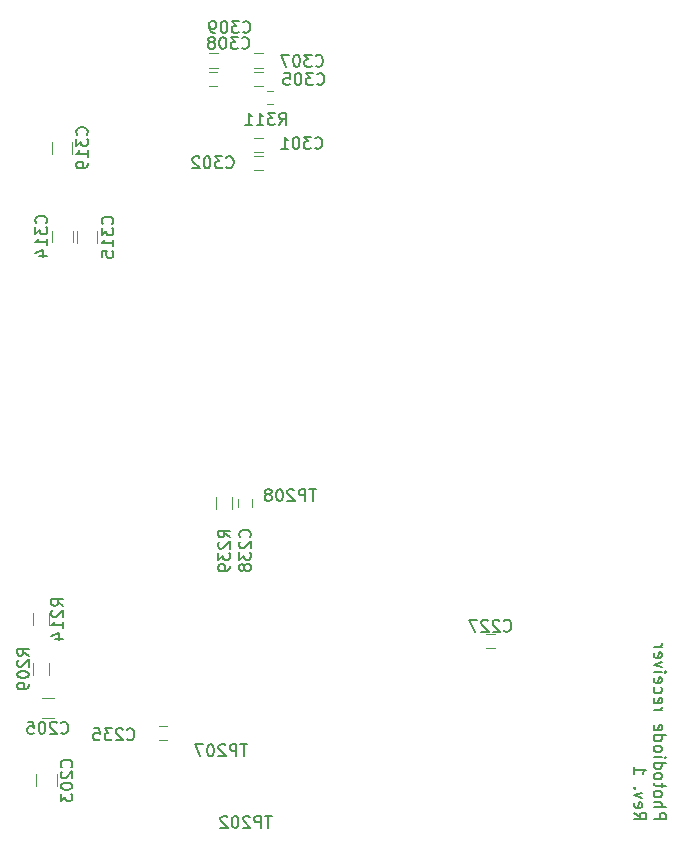
<source format=gbo>
G04 #@! TF.GenerationSoftware,KiCad,Pcbnew,5.0.1*
G04 #@! TF.CreationDate,2018-12-04T21:14:06-05:00*
G04 #@! TF.ProjectId,receiver,72656365697665722E6B696361645F70,rev?*
G04 #@! TF.SameCoordinates,Original*
G04 #@! TF.FileFunction,Legend,Bot*
G04 #@! TF.FilePolarity,Positive*
%FSLAX46Y46*%
G04 Gerber Fmt 4.6, Leading zero omitted, Abs format (unit mm)*
G04 Created by KiCad (PCBNEW 5.0.1) date Tue 04 Dec 2018 09:14:06 PM EST*
%MOMM*%
%LPD*%
G01*
G04 APERTURE LIST*
%ADD10C,0.152400*%
%ADD11C,0.120000*%
%ADD12C,0.150000*%
G04 APERTURE END LIST*
D10*
X84428580Y-188909035D02*
X85444580Y-188909035D01*
X85444580Y-188521987D01*
X85396200Y-188425225D01*
X85347819Y-188376844D01*
X85251057Y-188328463D01*
X85105914Y-188328463D01*
X85009152Y-188376844D01*
X84960771Y-188425225D01*
X84912390Y-188521987D01*
X84912390Y-188909035D01*
X84428580Y-187893035D02*
X85444580Y-187893035D01*
X84428580Y-187457606D02*
X84960771Y-187457606D01*
X85057533Y-187505987D01*
X85105914Y-187602749D01*
X85105914Y-187747892D01*
X85057533Y-187844654D01*
X85009152Y-187893035D01*
X84428580Y-186828654D02*
X84476961Y-186925416D01*
X84525342Y-186973797D01*
X84622104Y-187022178D01*
X84912390Y-187022178D01*
X85009152Y-186973797D01*
X85057533Y-186925416D01*
X85105914Y-186828654D01*
X85105914Y-186683511D01*
X85057533Y-186586749D01*
X85009152Y-186538368D01*
X84912390Y-186489987D01*
X84622104Y-186489987D01*
X84525342Y-186538368D01*
X84476961Y-186586749D01*
X84428580Y-186683511D01*
X84428580Y-186828654D01*
X85105914Y-186199701D02*
X85105914Y-185812654D01*
X85444580Y-186054559D02*
X84573723Y-186054559D01*
X84476961Y-186006178D01*
X84428580Y-185909416D01*
X84428580Y-185812654D01*
X84428580Y-185328844D02*
X84476961Y-185425606D01*
X84525342Y-185473987D01*
X84622104Y-185522368D01*
X84912390Y-185522368D01*
X85009152Y-185473987D01*
X85057533Y-185425606D01*
X85105914Y-185328844D01*
X85105914Y-185183701D01*
X85057533Y-185086940D01*
X85009152Y-185038559D01*
X84912390Y-184990178D01*
X84622104Y-184990178D01*
X84525342Y-185038559D01*
X84476961Y-185086940D01*
X84428580Y-185183701D01*
X84428580Y-185328844D01*
X84428580Y-184119320D02*
X85444580Y-184119320D01*
X84476961Y-184119320D02*
X84428580Y-184216082D01*
X84428580Y-184409606D01*
X84476961Y-184506368D01*
X84525342Y-184554749D01*
X84622104Y-184603130D01*
X84912390Y-184603130D01*
X85009152Y-184554749D01*
X85057533Y-184506368D01*
X85105914Y-184409606D01*
X85105914Y-184216082D01*
X85057533Y-184119320D01*
X84428580Y-183635511D02*
X85105914Y-183635511D01*
X85444580Y-183635511D02*
X85396200Y-183683892D01*
X85347819Y-183635511D01*
X85396200Y-183587130D01*
X85444580Y-183635511D01*
X85347819Y-183635511D01*
X84428580Y-183006559D02*
X84476961Y-183103320D01*
X84525342Y-183151701D01*
X84622104Y-183200082D01*
X84912390Y-183200082D01*
X85009152Y-183151701D01*
X85057533Y-183103320D01*
X85105914Y-183006559D01*
X85105914Y-182861416D01*
X85057533Y-182764654D01*
X85009152Y-182716273D01*
X84912390Y-182667892D01*
X84622104Y-182667892D01*
X84525342Y-182716273D01*
X84476961Y-182764654D01*
X84428580Y-182861416D01*
X84428580Y-183006559D01*
X84428580Y-181797035D02*
X85444580Y-181797035D01*
X84476961Y-181797035D02*
X84428580Y-181893797D01*
X84428580Y-182087320D01*
X84476961Y-182184082D01*
X84525342Y-182232463D01*
X84622104Y-182280844D01*
X84912390Y-182280844D01*
X85009152Y-182232463D01*
X85057533Y-182184082D01*
X85105914Y-182087320D01*
X85105914Y-181893797D01*
X85057533Y-181797035D01*
X84476961Y-180926178D02*
X84428580Y-181022940D01*
X84428580Y-181216463D01*
X84476961Y-181313225D01*
X84573723Y-181361606D01*
X84960771Y-181361606D01*
X85057533Y-181313225D01*
X85105914Y-181216463D01*
X85105914Y-181022940D01*
X85057533Y-180926178D01*
X84960771Y-180877797D01*
X84864009Y-180877797D01*
X84767247Y-181361606D01*
X84428580Y-179668273D02*
X85105914Y-179668273D01*
X84912390Y-179668273D02*
X85009152Y-179619892D01*
X85057533Y-179571511D01*
X85105914Y-179474749D01*
X85105914Y-179377987D01*
X84476961Y-178652273D02*
X84428580Y-178749035D01*
X84428580Y-178942559D01*
X84476961Y-179039320D01*
X84573723Y-179087701D01*
X84960771Y-179087701D01*
X85057533Y-179039320D01*
X85105914Y-178942559D01*
X85105914Y-178749035D01*
X85057533Y-178652273D01*
X84960771Y-178603892D01*
X84864009Y-178603892D01*
X84767247Y-179087701D01*
X84476961Y-177733035D02*
X84428580Y-177829797D01*
X84428580Y-178023320D01*
X84476961Y-178120082D01*
X84525342Y-178168463D01*
X84622104Y-178216844D01*
X84912390Y-178216844D01*
X85009152Y-178168463D01*
X85057533Y-178120082D01*
X85105914Y-178023320D01*
X85105914Y-177829797D01*
X85057533Y-177733035D01*
X84476961Y-176910559D02*
X84428580Y-177007320D01*
X84428580Y-177200844D01*
X84476961Y-177297606D01*
X84573723Y-177345987D01*
X84960771Y-177345987D01*
X85057533Y-177297606D01*
X85105914Y-177200844D01*
X85105914Y-177007320D01*
X85057533Y-176910559D01*
X84960771Y-176862178D01*
X84864009Y-176862178D01*
X84767247Y-177345987D01*
X84428580Y-176426749D02*
X85105914Y-176426749D01*
X85444580Y-176426749D02*
X85396200Y-176475130D01*
X85347819Y-176426749D01*
X85396200Y-176378368D01*
X85444580Y-176426749D01*
X85347819Y-176426749D01*
X85105914Y-176039701D02*
X84428580Y-175797797D01*
X85105914Y-175555892D01*
X84476961Y-174781797D02*
X84428580Y-174878559D01*
X84428580Y-175072082D01*
X84476961Y-175168844D01*
X84573723Y-175217225D01*
X84960771Y-175217225D01*
X85057533Y-175168844D01*
X85105914Y-175072082D01*
X85105914Y-174878559D01*
X85057533Y-174781797D01*
X84960771Y-174733416D01*
X84864009Y-174733416D01*
X84767247Y-175217225D01*
X84428580Y-174297987D02*
X85105914Y-174297987D01*
X84912390Y-174297987D02*
X85009152Y-174249606D01*
X85057533Y-174201225D01*
X85105914Y-174104463D01*
X85105914Y-174007701D01*
X82752180Y-188328463D02*
X83235990Y-188667130D01*
X82752180Y-188909035D02*
X83768180Y-188909035D01*
X83768180Y-188521987D01*
X83719800Y-188425225D01*
X83671419Y-188376844D01*
X83574657Y-188328463D01*
X83429514Y-188328463D01*
X83332752Y-188376844D01*
X83284371Y-188425225D01*
X83235990Y-188521987D01*
X83235990Y-188909035D01*
X82800561Y-187505987D02*
X82752180Y-187602749D01*
X82752180Y-187796273D01*
X82800561Y-187893035D01*
X82897323Y-187941416D01*
X83284371Y-187941416D01*
X83381133Y-187893035D01*
X83429514Y-187796273D01*
X83429514Y-187602749D01*
X83381133Y-187505987D01*
X83284371Y-187457606D01*
X83187609Y-187457606D01*
X83090847Y-187941416D01*
X83429514Y-187118940D02*
X82752180Y-186877035D01*
X83429514Y-186635130D01*
X82848942Y-186248082D02*
X82800561Y-186199701D01*
X82752180Y-186248082D01*
X82800561Y-186296463D01*
X82848942Y-186248082D01*
X82752180Y-186248082D01*
X82752180Y-184457987D02*
X82752180Y-185038559D01*
X82752180Y-184748273D02*
X83768180Y-184748273D01*
X83623038Y-184845035D01*
X83526276Y-184941797D01*
X83477895Y-185038559D01*
D11*
G04 #@! TO.C,C227*
X70950000Y-173200000D02*
X70250000Y-173200000D01*
X70250000Y-174400000D02*
X70950000Y-174400000D01*
G04 #@! TO.C,C238*
X50400000Y-162500000D02*
X50400000Y-161800000D01*
X49200000Y-161800000D02*
X49200000Y-162500000D01*
G04 #@! TO.C,C235*
X42500000Y-182200000D02*
X43200000Y-182200000D01*
X43200000Y-181000000D02*
X42500000Y-181000000D01*
G04 #@! TO.C,C302*
X50600000Y-133900000D02*
X51300000Y-133900000D01*
X51300000Y-132700000D02*
X50600000Y-132700000D01*
G04 #@! TO.C,C309*
X47500000Y-124050000D02*
X46800000Y-124050000D01*
X46800000Y-125250000D02*
X47500000Y-125250000D01*
G04 #@! TO.C,C308*
X46750000Y-126800000D02*
X47450000Y-126800000D01*
X47450000Y-125600000D02*
X46750000Y-125600000D01*
G04 #@! TO.C,C307*
X50600000Y-125250000D02*
X51300000Y-125250000D01*
X51300000Y-124050000D02*
X50600000Y-124050000D01*
G04 #@! TO.C,C305*
X50600000Y-126800000D02*
X51300000Y-126800000D01*
X51300000Y-125600000D02*
X50600000Y-125600000D01*
G04 #@! TO.C,C301*
X51300000Y-131200000D02*
X50600000Y-131200000D01*
X50600000Y-132400000D02*
X51300000Y-132400000D01*
G04 #@! TO.C,C203*
X32150000Y-186100000D02*
X32150000Y-185100000D01*
X33850000Y-185100000D02*
X33850000Y-186100000D01*
G04 #@! TO.C,C205*
X33614491Y-180303465D02*
X32614491Y-180303465D01*
X32614491Y-178603465D02*
X33614491Y-178603465D01*
G04 #@! TO.C,C319*
X33450000Y-132550000D02*
X33450000Y-131550000D01*
X35150000Y-131550000D02*
X35150000Y-132550000D01*
G04 #@! TO.C,C314*
X35208196Y-139059047D02*
X35208196Y-140059047D01*
X33508196Y-140059047D02*
X33508196Y-139059047D01*
G04 #@! TO.C,C315*
X35608196Y-140109047D02*
X35608196Y-139109047D01*
X37308196Y-139109047D02*
X37308196Y-140109047D01*
G04 #@! TO.C,R311*
X51650000Y-127270000D02*
X52150000Y-127270000D01*
X52150000Y-128330000D02*
X51650000Y-128330000D01*
G04 #@! TO.C,R209*
X31834491Y-175653465D02*
X31834491Y-176653465D01*
X33194491Y-176653465D02*
X33194491Y-175653465D01*
G04 #@! TO.C,R214*
X31834491Y-171453465D02*
X31834491Y-172453465D01*
X33194491Y-172453465D02*
X33194491Y-171453465D01*
G04 #@! TO.C,R239*
X48730000Y-162650000D02*
X48730000Y-161650000D01*
X47370000Y-161650000D02*
X47370000Y-162650000D01*
G04 #@! TO.C,TP208*
D12*
X55814285Y-160952380D02*
X55242857Y-160952380D01*
X55528571Y-161952380D02*
X55528571Y-160952380D01*
X54909523Y-161952380D02*
X54909523Y-160952380D01*
X54528571Y-160952380D01*
X54433333Y-161000000D01*
X54385714Y-161047619D01*
X54338095Y-161142857D01*
X54338095Y-161285714D01*
X54385714Y-161380952D01*
X54433333Y-161428571D01*
X54528571Y-161476190D01*
X54909523Y-161476190D01*
X53957142Y-161047619D02*
X53909523Y-161000000D01*
X53814285Y-160952380D01*
X53576190Y-160952380D01*
X53480952Y-161000000D01*
X53433333Y-161047619D01*
X53385714Y-161142857D01*
X53385714Y-161238095D01*
X53433333Y-161380952D01*
X54004761Y-161952380D01*
X53385714Y-161952380D01*
X52766666Y-160952380D02*
X52671428Y-160952380D01*
X52576190Y-161000000D01*
X52528571Y-161047619D01*
X52480952Y-161142857D01*
X52433333Y-161333333D01*
X52433333Y-161571428D01*
X52480952Y-161761904D01*
X52528571Y-161857142D01*
X52576190Y-161904761D01*
X52671428Y-161952380D01*
X52766666Y-161952380D01*
X52861904Y-161904761D01*
X52909523Y-161857142D01*
X52957142Y-161761904D01*
X53004761Y-161571428D01*
X53004761Y-161333333D01*
X52957142Y-161142857D01*
X52909523Y-161047619D01*
X52861904Y-161000000D01*
X52766666Y-160952380D01*
X51861904Y-161380952D02*
X51957142Y-161333333D01*
X52004761Y-161285714D01*
X52052380Y-161190476D01*
X52052380Y-161142857D01*
X52004761Y-161047619D01*
X51957142Y-161000000D01*
X51861904Y-160952380D01*
X51671428Y-160952380D01*
X51576190Y-161000000D01*
X51528571Y-161047619D01*
X51480952Y-161142857D01*
X51480952Y-161190476D01*
X51528571Y-161285714D01*
X51576190Y-161333333D01*
X51671428Y-161380952D01*
X51861904Y-161380952D01*
X51957142Y-161428571D01*
X52004761Y-161476190D01*
X52052380Y-161571428D01*
X52052380Y-161761904D01*
X52004761Y-161857142D01*
X51957142Y-161904761D01*
X51861904Y-161952380D01*
X51671428Y-161952380D01*
X51576190Y-161904761D01*
X51528571Y-161857142D01*
X51480952Y-161761904D01*
X51480952Y-161571428D01*
X51528571Y-161476190D01*
X51576190Y-161428571D01*
X51671428Y-161380952D01*
G04 #@! TO.C,TP202*
X52064285Y-188627380D02*
X51492857Y-188627380D01*
X51778571Y-189627380D02*
X51778571Y-188627380D01*
X51159523Y-189627380D02*
X51159523Y-188627380D01*
X50778571Y-188627380D01*
X50683333Y-188675000D01*
X50635714Y-188722619D01*
X50588095Y-188817857D01*
X50588095Y-188960714D01*
X50635714Y-189055952D01*
X50683333Y-189103571D01*
X50778571Y-189151190D01*
X51159523Y-189151190D01*
X50207142Y-188722619D02*
X50159523Y-188675000D01*
X50064285Y-188627380D01*
X49826190Y-188627380D01*
X49730952Y-188675000D01*
X49683333Y-188722619D01*
X49635714Y-188817857D01*
X49635714Y-188913095D01*
X49683333Y-189055952D01*
X50254761Y-189627380D01*
X49635714Y-189627380D01*
X49016666Y-188627380D02*
X48921428Y-188627380D01*
X48826190Y-188675000D01*
X48778571Y-188722619D01*
X48730952Y-188817857D01*
X48683333Y-189008333D01*
X48683333Y-189246428D01*
X48730952Y-189436904D01*
X48778571Y-189532142D01*
X48826190Y-189579761D01*
X48921428Y-189627380D01*
X49016666Y-189627380D01*
X49111904Y-189579761D01*
X49159523Y-189532142D01*
X49207142Y-189436904D01*
X49254761Y-189246428D01*
X49254761Y-189008333D01*
X49207142Y-188817857D01*
X49159523Y-188722619D01*
X49111904Y-188675000D01*
X49016666Y-188627380D01*
X48302380Y-188722619D02*
X48254761Y-188675000D01*
X48159523Y-188627380D01*
X47921428Y-188627380D01*
X47826190Y-188675000D01*
X47778571Y-188722619D01*
X47730952Y-188817857D01*
X47730952Y-188913095D01*
X47778571Y-189055952D01*
X48350000Y-189627380D01*
X47730952Y-189627380D01*
G04 #@! TO.C,TP207*
X49989285Y-182552380D02*
X49417857Y-182552380D01*
X49703571Y-183552380D02*
X49703571Y-182552380D01*
X49084523Y-183552380D02*
X49084523Y-182552380D01*
X48703571Y-182552380D01*
X48608333Y-182600000D01*
X48560714Y-182647619D01*
X48513095Y-182742857D01*
X48513095Y-182885714D01*
X48560714Y-182980952D01*
X48608333Y-183028571D01*
X48703571Y-183076190D01*
X49084523Y-183076190D01*
X48132142Y-182647619D02*
X48084523Y-182600000D01*
X47989285Y-182552380D01*
X47751190Y-182552380D01*
X47655952Y-182600000D01*
X47608333Y-182647619D01*
X47560714Y-182742857D01*
X47560714Y-182838095D01*
X47608333Y-182980952D01*
X48179761Y-183552380D01*
X47560714Y-183552380D01*
X46941666Y-182552380D02*
X46846428Y-182552380D01*
X46751190Y-182600000D01*
X46703571Y-182647619D01*
X46655952Y-182742857D01*
X46608333Y-182933333D01*
X46608333Y-183171428D01*
X46655952Y-183361904D01*
X46703571Y-183457142D01*
X46751190Y-183504761D01*
X46846428Y-183552380D01*
X46941666Y-183552380D01*
X47036904Y-183504761D01*
X47084523Y-183457142D01*
X47132142Y-183361904D01*
X47179761Y-183171428D01*
X47179761Y-182933333D01*
X47132142Y-182742857D01*
X47084523Y-182647619D01*
X47036904Y-182600000D01*
X46941666Y-182552380D01*
X46275000Y-182552380D02*
X45608333Y-182552380D01*
X46036904Y-183552380D01*
G04 #@! TO.C,C227*
X71719047Y-172907142D02*
X71766666Y-172954761D01*
X71909523Y-173002380D01*
X72004761Y-173002380D01*
X72147619Y-172954761D01*
X72242857Y-172859523D01*
X72290476Y-172764285D01*
X72338095Y-172573809D01*
X72338095Y-172430952D01*
X72290476Y-172240476D01*
X72242857Y-172145238D01*
X72147619Y-172050000D01*
X72004761Y-172002380D01*
X71909523Y-172002380D01*
X71766666Y-172050000D01*
X71719047Y-172097619D01*
X71338095Y-172097619D02*
X71290476Y-172050000D01*
X71195238Y-172002380D01*
X70957142Y-172002380D01*
X70861904Y-172050000D01*
X70814285Y-172097619D01*
X70766666Y-172192857D01*
X70766666Y-172288095D01*
X70814285Y-172430952D01*
X71385714Y-173002380D01*
X70766666Y-173002380D01*
X70385714Y-172097619D02*
X70338095Y-172050000D01*
X70242857Y-172002380D01*
X70004761Y-172002380D01*
X69909523Y-172050000D01*
X69861904Y-172097619D01*
X69814285Y-172192857D01*
X69814285Y-172288095D01*
X69861904Y-172430952D01*
X70433333Y-173002380D01*
X69814285Y-173002380D01*
X69480952Y-172002380D02*
X68814285Y-172002380D01*
X69242857Y-173002380D01*
G04 #@! TO.C,C238*
X50207142Y-165005952D02*
X50254761Y-164958333D01*
X50302380Y-164815476D01*
X50302380Y-164720238D01*
X50254761Y-164577380D01*
X50159523Y-164482142D01*
X50064285Y-164434523D01*
X49873809Y-164386904D01*
X49730952Y-164386904D01*
X49540476Y-164434523D01*
X49445238Y-164482142D01*
X49350000Y-164577380D01*
X49302380Y-164720238D01*
X49302380Y-164815476D01*
X49350000Y-164958333D01*
X49397619Y-165005952D01*
X49397619Y-165386904D02*
X49350000Y-165434523D01*
X49302380Y-165529761D01*
X49302380Y-165767857D01*
X49350000Y-165863095D01*
X49397619Y-165910714D01*
X49492857Y-165958333D01*
X49588095Y-165958333D01*
X49730952Y-165910714D01*
X50302380Y-165339285D01*
X50302380Y-165958333D01*
X49302380Y-166291666D02*
X49302380Y-166910714D01*
X49683333Y-166577380D01*
X49683333Y-166720238D01*
X49730952Y-166815476D01*
X49778571Y-166863095D01*
X49873809Y-166910714D01*
X50111904Y-166910714D01*
X50207142Y-166863095D01*
X50254761Y-166815476D01*
X50302380Y-166720238D01*
X50302380Y-166434523D01*
X50254761Y-166339285D01*
X50207142Y-166291666D01*
X49730952Y-167482142D02*
X49683333Y-167386904D01*
X49635714Y-167339285D01*
X49540476Y-167291666D01*
X49492857Y-167291666D01*
X49397619Y-167339285D01*
X49350000Y-167386904D01*
X49302380Y-167482142D01*
X49302380Y-167672619D01*
X49350000Y-167767857D01*
X49397619Y-167815476D01*
X49492857Y-167863095D01*
X49540476Y-167863095D01*
X49635714Y-167815476D01*
X49683333Y-167767857D01*
X49730952Y-167672619D01*
X49730952Y-167482142D01*
X49778571Y-167386904D01*
X49826190Y-167339285D01*
X49921428Y-167291666D01*
X50111904Y-167291666D01*
X50207142Y-167339285D01*
X50254761Y-167386904D01*
X50302380Y-167482142D01*
X50302380Y-167672619D01*
X50254761Y-167767857D01*
X50207142Y-167815476D01*
X50111904Y-167863095D01*
X49921428Y-167863095D01*
X49826190Y-167815476D01*
X49778571Y-167767857D01*
X49730952Y-167672619D01*
G04 #@! TO.C,C235*
X39819047Y-182107142D02*
X39866666Y-182154761D01*
X40009523Y-182202380D01*
X40104761Y-182202380D01*
X40247619Y-182154761D01*
X40342857Y-182059523D01*
X40390476Y-181964285D01*
X40438095Y-181773809D01*
X40438095Y-181630952D01*
X40390476Y-181440476D01*
X40342857Y-181345238D01*
X40247619Y-181250000D01*
X40104761Y-181202380D01*
X40009523Y-181202380D01*
X39866666Y-181250000D01*
X39819047Y-181297619D01*
X39438095Y-181297619D02*
X39390476Y-181250000D01*
X39295238Y-181202380D01*
X39057142Y-181202380D01*
X38961904Y-181250000D01*
X38914285Y-181297619D01*
X38866666Y-181392857D01*
X38866666Y-181488095D01*
X38914285Y-181630952D01*
X39485714Y-182202380D01*
X38866666Y-182202380D01*
X38533333Y-181202380D02*
X37914285Y-181202380D01*
X38247619Y-181583333D01*
X38104761Y-181583333D01*
X38009523Y-181630952D01*
X37961904Y-181678571D01*
X37914285Y-181773809D01*
X37914285Y-182011904D01*
X37961904Y-182107142D01*
X38009523Y-182154761D01*
X38104761Y-182202380D01*
X38390476Y-182202380D01*
X38485714Y-182154761D01*
X38533333Y-182107142D01*
X37009523Y-181202380D02*
X37485714Y-181202380D01*
X37533333Y-181678571D01*
X37485714Y-181630952D01*
X37390476Y-181583333D01*
X37152380Y-181583333D01*
X37057142Y-181630952D01*
X37009523Y-181678571D01*
X36961904Y-181773809D01*
X36961904Y-182011904D01*
X37009523Y-182107142D01*
X37057142Y-182154761D01*
X37152380Y-182202380D01*
X37390476Y-182202380D01*
X37485714Y-182154761D01*
X37533333Y-182107142D01*
G04 #@! TO.C,C302*
X48219047Y-133682142D02*
X48266666Y-133729761D01*
X48409523Y-133777380D01*
X48504761Y-133777380D01*
X48647619Y-133729761D01*
X48742857Y-133634523D01*
X48790476Y-133539285D01*
X48838095Y-133348809D01*
X48838095Y-133205952D01*
X48790476Y-133015476D01*
X48742857Y-132920238D01*
X48647619Y-132825000D01*
X48504761Y-132777380D01*
X48409523Y-132777380D01*
X48266666Y-132825000D01*
X48219047Y-132872619D01*
X47885714Y-132777380D02*
X47266666Y-132777380D01*
X47600000Y-133158333D01*
X47457142Y-133158333D01*
X47361904Y-133205952D01*
X47314285Y-133253571D01*
X47266666Y-133348809D01*
X47266666Y-133586904D01*
X47314285Y-133682142D01*
X47361904Y-133729761D01*
X47457142Y-133777380D01*
X47742857Y-133777380D01*
X47838095Y-133729761D01*
X47885714Y-133682142D01*
X46647619Y-132777380D02*
X46552380Y-132777380D01*
X46457142Y-132825000D01*
X46409523Y-132872619D01*
X46361904Y-132967857D01*
X46314285Y-133158333D01*
X46314285Y-133396428D01*
X46361904Y-133586904D01*
X46409523Y-133682142D01*
X46457142Y-133729761D01*
X46552380Y-133777380D01*
X46647619Y-133777380D01*
X46742857Y-133729761D01*
X46790476Y-133682142D01*
X46838095Y-133586904D01*
X46885714Y-133396428D01*
X46885714Y-133158333D01*
X46838095Y-132967857D01*
X46790476Y-132872619D01*
X46742857Y-132825000D01*
X46647619Y-132777380D01*
X45933333Y-132872619D02*
X45885714Y-132825000D01*
X45790476Y-132777380D01*
X45552380Y-132777380D01*
X45457142Y-132825000D01*
X45409523Y-132872619D01*
X45361904Y-132967857D01*
X45361904Y-133063095D01*
X45409523Y-133205952D01*
X45980952Y-133777380D01*
X45361904Y-133777380D01*
G04 #@! TO.C,C309*
X49644047Y-122232142D02*
X49691666Y-122279761D01*
X49834523Y-122327380D01*
X49929761Y-122327380D01*
X50072619Y-122279761D01*
X50167857Y-122184523D01*
X50215476Y-122089285D01*
X50263095Y-121898809D01*
X50263095Y-121755952D01*
X50215476Y-121565476D01*
X50167857Y-121470238D01*
X50072619Y-121375000D01*
X49929761Y-121327380D01*
X49834523Y-121327380D01*
X49691666Y-121375000D01*
X49644047Y-121422619D01*
X49310714Y-121327380D02*
X48691666Y-121327380D01*
X49025000Y-121708333D01*
X48882142Y-121708333D01*
X48786904Y-121755952D01*
X48739285Y-121803571D01*
X48691666Y-121898809D01*
X48691666Y-122136904D01*
X48739285Y-122232142D01*
X48786904Y-122279761D01*
X48882142Y-122327380D01*
X49167857Y-122327380D01*
X49263095Y-122279761D01*
X49310714Y-122232142D01*
X48072619Y-121327380D02*
X47977380Y-121327380D01*
X47882142Y-121375000D01*
X47834523Y-121422619D01*
X47786904Y-121517857D01*
X47739285Y-121708333D01*
X47739285Y-121946428D01*
X47786904Y-122136904D01*
X47834523Y-122232142D01*
X47882142Y-122279761D01*
X47977380Y-122327380D01*
X48072619Y-122327380D01*
X48167857Y-122279761D01*
X48215476Y-122232142D01*
X48263095Y-122136904D01*
X48310714Y-121946428D01*
X48310714Y-121708333D01*
X48263095Y-121517857D01*
X48215476Y-121422619D01*
X48167857Y-121375000D01*
X48072619Y-121327380D01*
X47263095Y-122327380D02*
X47072619Y-122327380D01*
X46977380Y-122279761D01*
X46929761Y-122232142D01*
X46834523Y-122089285D01*
X46786904Y-121898809D01*
X46786904Y-121517857D01*
X46834523Y-121422619D01*
X46882142Y-121375000D01*
X46977380Y-121327380D01*
X47167857Y-121327380D01*
X47263095Y-121375000D01*
X47310714Y-121422619D01*
X47358333Y-121517857D01*
X47358333Y-121755952D01*
X47310714Y-121851190D01*
X47263095Y-121898809D01*
X47167857Y-121946428D01*
X46977380Y-121946428D01*
X46882142Y-121898809D01*
X46834523Y-121851190D01*
X46786904Y-121755952D01*
G04 #@! TO.C,C308*
X49544047Y-123582142D02*
X49591666Y-123629761D01*
X49734523Y-123677380D01*
X49829761Y-123677380D01*
X49972619Y-123629761D01*
X50067857Y-123534523D01*
X50115476Y-123439285D01*
X50163095Y-123248809D01*
X50163095Y-123105952D01*
X50115476Y-122915476D01*
X50067857Y-122820238D01*
X49972619Y-122725000D01*
X49829761Y-122677380D01*
X49734523Y-122677380D01*
X49591666Y-122725000D01*
X49544047Y-122772619D01*
X49210714Y-122677380D02*
X48591666Y-122677380D01*
X48925000Y-123058333D01*
X48782142Y-123058333D01*
X48686904Y-123105952D01*
X48639285Y-123153571D01*
X48591666Y-123248809D01*
X48591666Y-123486904D01*
X48639285Y-123582142D01*
X48686904Y-123629761D01*
X48782142Y-123677380D01*
X49067857Y-123677380D01*
X49163095Y-123629761D01*
X49210714Y-123582142D01*
X47972619Y-122677380D02*
X47877380Y-122677380D01*
X47782142Y-122725000D01*
X47734523Y-122772619D01*
X47686904Y-122867857D01*
X47639285Y-123058333D01*
X47639285Y-123296428D01*
X47686904Y-123486904D01*
X47734523Y-123582142D01*
X47782142Y-123629761D01*
X47877380Y-123677380D01*
X47972619Y-123677380D01*
X48067857Y-123629761D01*
X48115476Y-123582142D01*
X48163095Y-123486904D01*
X48210714Y-123296428D01*
X48210714Y-123058333D01*
X48163095Y-122867857D01*
X48115476Y-122772619D01*
X48067857Y-122725000D01*
X47972619Y-122677380D01*
X47067857Y-123105952D02*
X47163095Y-123058333D01*
X47210714Y-123010714D01*
X47258333Y-122915476D01*
X47258333Y-122867857D01*
X47210714Y-122772619D01*
X47163095Y-122725000D01*
X47067857Y-122677380D01*
X46877380Y-122677380D01*
X46782142Y-122725000D01*
X46734523Y-122772619D01*
X46686904Y-122867857D01*
X46686904Y-122915476D01*
X46734523Y-123010714D01*
X46782142Y-123058333D01*
X46877380Y-123105952D01*
X47067857Y-123105952D01*
X47163095Y-123153571D01*
X47210714Y-123201190D01*
X47258333Y-123296428D01*
X47258333Y-123486904D01*
X47210714Y-123582142D01*
X47163095Y-123629761D01*
X47067857Y-123677380D01*
X46877380Y-123677380D01*
X46782142Y-123629761D01*
X46734523Y-123582142D01*
X46686904Y-123486904D01*
X46686904Y-123296428D01*
X46734523Y-123201190D01*
X46782142Y-123153571D01*
X46877380Y-123105952D01*
G04 #@! TO.C,C307*
X55794047Y-125082142D02*
X55841666Y-125129761D01*
X55984523Y-125177380D01*
X56079761Y-125177380D01*
X56222619Y-125129761D01*
X56317857Y-125034523D01*
X56365476Y-124939285D01*
X56413095Y-124748809D01*
X56413095Y-124605952D01*
X56365476Y-124415476D01*
X56317857Y-124320238D01*
X56222619Y-124225000D01*
X56079761Y-124177380D01*
X55984523Y-124177380D01*
X55841666Y-124225000D01*
X55794047Y-124272619D01*
X55460714Y-124177380D02*
X54841666Y-124177380D01*
X55175000Y-124558333D01*
X55032142Y-124558333D01*
X54936904Y-124605952D01*
X54889285Y-124653571D01*
X54841666Y-124748809D01*
X54841666Y-124986904D01*
X54889285Y-125082142D01*
X54936904Y-125129761D01*
X55032142Y-125177380D01*
X55317857Y-125177380D01*
X55413095Y-125129761D01*
X55460714Y-125082142D01*
X54222619Y-124177380D02*
X54127380Y-124177380D01*
X54032142Y-124225000D01*
X53984523Y-124272619D01*
X53936904Y-124367857D01*
X53889285Y-124558333D01*
X53889285Y-124796428D01*
X53936904Y-124986904D01*
X53984523Y-125082142D01*
X54032142Y-125129761D01*
X54127380Y-125177380D01*
X54222619Y-125177380D01*
X54317857Y-125129761D01*
X54365476Y-125082142D01*
X54413095Y-124986904D01*
X54460714Y-124796428D01*
X54460714Y-124558333D01*
X54413095Y-124367857D01*
X54365476Y-124272619D01*
X54317857Y-124225000D01*
X54222619Y-124177380D01*
X53555952Y-124177380D02*
X52889285Y-124177380D01*
X53317857Y-125177380D01*
G04 #@! TO.C,C305*
X55919047Y-126632142D02*
X55966666Y-126679761D01*
X56109523Y-126727380D01*
X56204761Y-126727380D01*
X56347619Y-126679761D01*
X56442857Y-126584523D01*
X56490476Y-126489285D01*
X56538095Y-126298809D01*
X56538095Y-126155952D01*
X56490476Y-125965476D01*
X56442857Y-125870238D01*
X56347619Y-125775000D01*
X56204761Y-125727380D01*
X56109523Y-125727380D01*
X55966666Y-125775000D01*
X55919047Y-125822619D01*
X55585714Y-125727380D02*
X54966666Y-125727380D01*
X55300000Y-126108333D01*
X55157142Y-126108333D01*
X55061904Y-126155952D01*
X55014285Y-126203571D01*
X54966666Y-126298809D01*
X54966666Y-126536904D01*
X55014285Y-126632142D01*
X55061904Y-126679761D01*
X55157142Y-126727380D01*
X55442857Y-126727380D01*
X55538095Y-126679761D01*
X55585714Y-126632142D01*
X54347619Y-125727380D02*
X54252380Y-125727380D01*
X54157142Y-125775000D01*
X54109523Y-125822619D01*
X54061904Y-125917857D01*
X54014285Y-126108333D01*
X54014285Y-126346428D01*
X54061904Y-126536904D01*
X54109523Y-126632142D01*
X54157142Y-126679761D01*
X54252380Y-126727380D01*
X54347619Y-126727380D01*
X54442857Y-126679761D01*
X54490476Y-126632142D01*
X54538095Y-126536904D01*
X54585714Y-126346428D01*
X54585714Y-126108333D01*
X54538095Y-125917857D01*
X54490476Y-125822619D01*
X54442857Y-125775000D01*
X54347619Y-125727380D01*
X53109523Y-125727380D02*
X53585714Y-125727380D01*
X53633333Y-126203571D01*
X53585714Y-126155952D01*
X53490476Y-126108333D01*
X53252380Y-126108333D01*
X53157142Y-126155952D01*
X53109523Y-126203571D01*
X53061904Y-126298809D01*
X53061904Y-126536904D01*
X53109523Y-126632142D01*
X53157142Y-126679761D01*
X53252380Y-126727380D01*
X53490476Y-126727380D01*
X53585714Y-126679761D01*
X53633333Y-126632142D01*
G04 #@! TO.C,C301*
X55744047Y-132032142D02*
X55791666Y-132079761D01*
X55934523Y-132127380D01*
X56029761Y-132127380D01*
X56172619Y-132079761D01*
X56267857Y-131984523D01*
X56315476Y-131889285D01*
X56363095Y-131698809D01*
X56363095Y-131555952D01*
X56315476Y-131365476D01*
X56267857Y-131270238D01*
X56172619Y-131175000D01*
X56029761Y-131127380D01*
X55934523Y-131127380D01*
X55791666Y-131175000D01*
X55744047Y-131222619D01*
X55410714Y-131127380D02*
X54791666Y-131127380D01*
X55125000Y-131508333D01*
X54982142Y-131508333D01*
X54886904Y-131555952D01*
X54839285Y-131603571D01*
X54791666Y-131698809D01*
X54791666Y-131936904D01*
X54839285Y-132032142D01*
X54886904Y-132079761D01*
X54982142Y-132127380D01*
X55267857Y-132127380D01*
X55363095Y-132079761D01*
X55410714Y-132032142D01*
X54172619Y-131127380D02*
X54077380Y-131127380D01*
X53982142Y-131175000D01*
X53934523Y-131222619D01*
X53886904Y-131317857D01*
X53839285Y-131508333D01*
X53839285Y-131746428D01*
X53886904Y-131936904D01*
X53934523Y-132032142D01*
X53982142Y-132079761D01*
X54077380Y-132127380D01*
X54172619Y-132127380D01*
X54267857Y-132079761D01*
X54315476Y-132032142D01*
X54363095Y-131936904D01*
X54410714Y-131746428D01*
X54410714Y-131508333D01*
X54363095Y-131317857D01*
X54315476Y-131222619D01*
X54267857Y-131175000D01*
X54172619Y-131127380D01*
X52886904Y-132127380D02*
X53458333Y-132127380D01*
X53172619Y-132127380D02*
X53172619Y-131127380D01*
X53267857Y-131270238D01*
X53363095Y-131365476D01*
X53458333Y-131413095D01*
G04 #@! TO.C,C203*
X35107142Y-184480952D02*
X35154761Y-184433333D01*
X35202380Y-184290476D01*
X35202380Y-184195238D01*
X35154761Y-184052380D01*
X35059523Y-183957142D01*
X34964285Y-183909523D01*
X34773809Y-183861904D01*
X34630952Y-183861904D01*
X34440476Y-183909523D01*
X34345238Y-183957142D01*
X34250000Y-184052380D01*
X34202380Y-184195238D01*
X34202380Y-184290476D01*
X34250000Y-184433333D01*
X34297619Y-184480952D01*
X34297619Y-184861904D02*
X34250000Y-184909523D01*
X34202380Y-185004761D01*
X34202380Y-185242857D01*
X34250000Y-185338095D01*
X34297619Y-185385714D01*
X34392857Y-185433333D01*
X34488095Y-185433333D01*
X34630952Y-185385714D01*
X35202380Y-184814285D01*
X35202380Y-185433333D01*
X34202380Y-186052380D02*
X34202380Y-186147619D01*
X34250000Y-186242857D01*
X34297619Y-186290476D01*
X34392857Y-186338095D01*
X34583333Y-186385714D01*
X34821428Y-186385714D01*
X35011904Y-186338095D01*
X35107142Y-186290476D01*
X35154761Y-186242857D01*
X35202380Y-186147619D01*
X35202380Y-186052380D01*
X35154761Y-185957142D01*
X35107142Y-185909523D01*
X35011904Y-185861904D01*
X34821428Y-185814285D01*
X34583333Y-185814285D01*
X34392857Y-185861904D01*
X34297619Y-185909523D01*
X34250000Y-185957142D01*
X34202380Y-186052380D01*
X34202380Y-186719047D02*
X34202380Y-187338095D01*
X34583333Y-187004761D01*
X34583333Y-187147619D01*
X34630952Y-187242857D01*
X34678571Y-187290476D01*
X34773809Y-187338095D01*
X35011904Y-187338095D01*
X35107142Y-187290476D01*
X35154761Y-187242857D01*
X35202380Y-187147619D01*
X35202380Y-186861904D01*
X35154761Y-186766666D01*
X35107142Y-186719047D01*
G04 #@! TO.C,C205*
X34233538Y-181560607D02*
X34281157Y-181608226D01*
X34424014Y-181655845D01*
X34519252Y-181655845D01*
X34662110Y-181608226D01*
X34757348Y-181512988D01*
X34804967Y-181417750D01*
X34852586Y-181227274D01*
X34852586Y-181084417D01*
X34804967Y-180893941D01*
X34757348Y-180798703D01*
X34662110Y-180703465D01*
X34519252Y-180655845D01*
X34424014Y-180655845D01*
X34281157Y-180703465D01*
X34233538Y-180751084D01*
X33852586Y-180751084D02*
X33804967Y-180703465D01*
X33709729Y-180655845D01*
X33471633Y-180655845D01*
X33376395Y-180703465D01*
X33328776Y-180751084D01*
X33281157Y-180846322D01*
X33281157Y-180941560D01*
X33328776Y-181084417D01*
X33900205Y-181655845D01*
X33281157Y-181655845D01*
X32662110Y-180655845D02*
X32566871Y-180655845D01*
X32471633Y-180703465D01*
X32424014Y-180751084D01*
X32376395Y-180846322D01*
X32328776Y-181036798D01*
X32328776Y-181274893D01*
X32376395Y-181465369D01*
X32424014Y-181560607D01*
X32471633Y-181608226D01*
X32566871Y-181655845D01*
X32662110Y-181655845D01*
X32757348Y-181608226D01*
X32804967Y-181560607D01*
X32852586Y-181465369D01*
X32900205Y-181274893D01*
X32900205Y-181036798D01*
X32852586Y-180846322D01*
X32804967Y-180751084D01*
X32757348Y-180703465D01*
X32662110Y-180655845D01*
X31424014Y-180655845D02*
X31900205Y-180655845D01*
X31947824Y-181132036D01*
X31900205Y-181084417D01*
X31804967Y-181036798D01*
X31566871Y-181036798D01*
X31471633Y-181084417D01*
X31424014Y-181132036D01*
X31376395Y-181227274D01*
X31376395Y-181465369D01*
X31424014Y-181560607D01*
X31471633Y-181608226D01*
X31566871Y-181655845D01*
X31804967Y-181655845D01*
X31900205Y-181608226D01*
X31947824Y-181560607D01*
G04 #@! TO.C,C319*
X36407142Y-130930952D02*
X36454761Y-130883333D01*
X36502380Y-130740476D01*
X36502380Y-130645238D01*
X36454761Y-130502380D01*
X36359523Y-130407142D01*
X36264285Y-130359523D01*
X36073809Y-130311904D01*
X35930952Y-130311904D01*
X35740476Y-130359523D01*
X35645238Y-130407142D01*
X35550000Y-130502380D01*
X35502380Y-130645238D01*
X35502380Y-130740476D01*
X35550000Y-130883333D01*
X35597619Y-130930952D01*
X35502380Y-131264285D02*
X35502380Y-131883333D01*
X35883333Y-131550000D01*
X35883333Y-131692857D01*
X35930952Y-131788095D01*
X35978571Y-131835714D01*
X36073809Y-131883333D01*
X36311904Y-131883333D01*
X36407142Y-131835714D01*
X36454761Y-131788095D01*
X36502380Y-131692857D01*
X36502380Y-131407142D01*
X36454761Y-131311904D01*
X36407142Y-131264285D01*
X36502380Y-132835714D02*
X36502380Y-132264285D01*
X36502380Y-132550000D02*
X35502380Y-132550000D01*
X35645238Y-132454761D01*
X35740476Y-132359523D01*
X35788095Y-132264285D01*
X36502380Y-133311904D02*
X36502380Y-133502380D01*
X36454761Y-133597619D01*
X36407142Y-133645238D01*
X36264285Y-133740476D01*
X36073809Y-133788095D01*
X35692857Y-133788095D01*
X35597619Y-133740476D01*
X35550000Y-133692857D01*
X35502380Y-133597619D01*
X35502380Y-133407142D01*
X35550000Y-133311904D01*
X35597619Y-133264285D01*
X35692857Y-133216666D01*
X35930952Y-133216666D01*
X36026190Y-133264285D01*
X36073809Y-133311904D01*
X36121428Y-133407142D01*
X36121428Y-133597619D01*
X36073809Y-133692857D01*
X36026190Y-133740476D01*
X35930952Y-133788095D01*
G04 #@! TO.C,C314*
X32957142Y-138405952D02*
X33004761Y-138358333D01*
X33052380Y-138215476D01*
X33052380Y-138120238D01*
X33004761Y-137977380D01*
X32909523Y-137882142D01*
X32814285Y-137834523D01*
X32623809Y-137786904D01*
X32480952Y-137786904D01*
X32290476Y-137834523D01*
X32195238Y-137882142D01*
X32100000Y-137977380D01*
X32052380Y-138120238D01*
X32052380Y-138215476D01*
X32100000Y-138358333D01*
X32147619Y-138405952D01*
X32052380Y-138739285D02*
X32052380Y-139358333D01*
X32433333Y-139025000D01*
X32433333Y-139167857D01*
X32480952Y-139263095D01*
X32528571Y-139310714D01*
X32623809Y-139358333D01*
X32861904Y-139358333D01*
X32957142Y-139310714D01*
X33004761Y-139263095D01*
X33052380Y-139167857D01*
X33052380Y-138882142D01*
X33004761Y-138786904D01*
X32957142Y-138739285D01*
X33052380Y-140310714D02*
X33052380Y-139739285D01*
X33052380Y-140025000D02*
X32052380Y-140025000D01*
X32195238Y-139929761D01*
X32290476Y-139834523D01*
X32338095Y-139739285D01*
X32385714Y-141167857D02*
X33052380Y-141167857D01*
X32004761Y-140929761D02*
X32719047Y-140691666D01*
X32719047Y-141310714D01*
G04 #@! TO.C,C315*
X38565338Y-138489999D02*
X38612957Y-138442380D01*
X38660576Y-138299523D01*
X38660576Y-138204285D01*
X38612957Y-138061427D01*
X38517719Y-137966189D01*
X38422481Y-137918570D01*
X38232005Y-137870951D01*
X38089148Y-137870951D01*
X37898672Y-137918570D01*
X37803434Y-137966189D01*
X37708196Y-138061427D01*
X37660576Y-138204285D01*
X37660576Y-138299523D01*
X37708196Y-138442380D01*
X37755815Y-138489999D01*
X37660576Y-138823332D02*
X37660576Y-139442380D01*
X38041529Y-139109047D01*
X38041529Y-139251904D01*
X38089148Y-139347142D01*
X38136767Y-139394761D01*
X38232005Y-139442380D01*
X38470100Y-139442380D01*
X38565338Y-139394761D01*
X38612957Y-139347142D01*
X38660576Y-139251904D01*
X38660576Y-138966189D01*
X38612957Y-138870951D01*
X38565338Y-138823332D01*
X38660576Y-140394761D02*
X38660576Y-139823332D01*
X38660576Y-140109047D02*
X37660576Y-140109047D01*
X37803434Y-140013808D01*
X37898672Y-139918570D01*
X37946291Y-139823332D01*
X37660576Y-141299523D02*
X37660576Y-140823332D01*
X38136767Y-140775713D01*
X38089148Y-140823332D01*
X38041529Y-140918570D01*
X38041529Y-141156666D01*
X38089148Y-141251904D01*
X38136767Y-141299523D01*
X38232005Y-141347142D01*
X38470100Y-141347142D01*
X38565338Y-141299523D01*
X38612957Y-141251904D01*
X38660576Y-141156666D01*
X38660576Y-140918570D01*
X38612957Y-140823332D01*
X38565338Y-140775713D01*
G04 #@! TO.C,R311*
X52694047Y-130102380D02*
X53027380Y-129626190D01*
X53265476Y-130102380D02*
X53265476Y-129102380D01*
X52884523Y-129102380D01*
X52789285Y-129150000D01*
X52741666Y-129197619D01*
X52694047Y-129292857D01*
X52694047Y-129435714D01*
X52741666Y-129530952D01*
X52789285Y-129578571D01*
X52884523Y-129626190D01*
X53265476Y-129626190D01*
X52360714Y-129102380D02*
X51741666Y-129102380D01*
X52075000Y-129483333D01*
X51932142Y-129483333D01*
X51836904Y-129530952D01*
X51789285Y-129578571D01*
X51741666Y-129673809D01*
X51741666Y-129911904D01*
X51789285Y-130007142D01*
X51836904Y-130054761D01*
X51932142Y-130102380D01*
X52217857Y-130102380D01*
X52313095Y-130054761D01*
X52360714Y-130007142D01*
X50789285Y-130102380D02*
X51360714Y-130102380D01*
X51075000Y-130102380D02*
X51075000Y-129102380D01*
X51170238Y-129245238D01*
X51265476Y-129340476D01*
X51360714Y-129388095D01*
X49836904Y-130102380D02*
X50408333Y-130102380D01*
X50122619Y-130102380D02*
X50122619Y-129102380D01*
X50217857Y-129245238D01*
X50313095Y-129340476D01*
X50408333Y-129388095D01*
G04 #@! TO.C,R209*
X31516871Y-175034417D02*
X31040681Y-174701084D01*
X31516871Y-174462988D02*
X30516871Y-174462988D01*
X30516871Y-174843941D01*
X30564491Y-174939179D01*
X30612110Y-174986798D01*
X30707348Y-175034417D01*
X30850205Y-175034417D01*
X30945443Y-174986798D01*
X30993062Y-174939179D01*
X31040681Y-174843941D01*
X31040681Y-174462988D01*
X30612110Y-175415369D02*
X30564491Y-175462988D01*
X30516871Y-175558226D01*
X30516871Y-175796322D01*
X30564491Y-175891560D01*
X30612110Y-175939179D01*
X30707348Y-175986798D01*
X30802586Y-175986798D01*
X30945443Y-175939179D01*
X31516871Y-175367750D01*
X31516871Y-175986798D01*
X30516871Y-176605845D02*
X30516871Y-176701084D01*
X30564491Y-176796322D01*
X30612110Y-176843941D01*
X30707348Y-176891560D01*
X30897824Y-176939179D01*
X31135919Y-176939179D01*
X31326395Y-176891560D01*
X31421633Y-176843941D01*
X31469252Y-176796322D01*
X31516871Y-176701084D01*
X31516871Y-176605845D01*
X31469252Y-176510607D01*
X31421633Y-176462988D01*
X31326395Y-176415369D01*
X31135919Y-176367750D01*
X30897824Y-176367750D01*
X30707348Y-176415369D01*
X30612110Y-176462988D01*
X30564491Y-176510607D01*
X30516871Y-176605845D01*
X31516871Y-177415369D02*
X31516871Y-177605845D01*
X31469252Y-177701084D01*
X31421633Y-177748703D01*
X31278776Y-177843941D01*
X31088300Y-177891560D01*
X30707348Y-177891560D01*
X30612110Y-177843941D01*
X30564491Y-177796322D01*
X30516871Y-177701084D01*
X30516871Y-177510607D01*
X30564491Y-177415369D01*
X30612110Y-177367750D01*
X30707348Y-177320131D01*
X30945443Y-177320131D01*
X31040681Y-177367750D01*
X31088300Y-177415369D01*
X31135919Y-177510607D01*
X31135919Y-177701084D01*
X31088300Y-177796322D01*
X31040681Y-177843941D01*
X30945443Y-177891560D01*
G04 #@! TO.C,R214*
X34416871Y-170834417D02*
X33940681Y-170501084D01*
X34416871Y-170262988D02*
X33416871Y-170262988D01*
X33416871Y-170643941D01*
X33464491Y-170739179D01*
X33512110Y-170786798D01*
X33607348Y-170834417D01*
X33750205Y-170834417D01*
X33845443Y-170786798D01*
X33893062Y-170739179D01*
X33940681Y-170643941D01*
X33940681Y-170262988D01*
X33512110Y-171215369D02*
X33464491Y-171262988D01*
X33416871Y-171358226D01*
X33416871Y-171596322D01*
X33464491Y-171691560D01*
X33512110Y-171739179D01*
X33607348Y-171786798D01*
X33702586Y-171786798D01*
X33845443Y-171739179D01*
X34416871Y-171167750D01*
X34416871Y-171786798D01*
X34416871Y-172739179D02*
X34416871Y-172167750D01*
X34416871Y-172453465D02*
X33416871Y-172453465D01*
X33559729Y-172358226D01*
X33654967Y-172262988D01*
X33702586Y-172167750D01*
X33750205Y-173596322D02*
X34416871Y-173596322D01*
X33369252Y-173358226D02*
X34083538Y-173120131D01*
X34083538Y-173739179D01*
G04 #@! TO.C,R239*
X48527380Y-165030952D02*
X48051190Y-164697619D01*
X48527380Y-164459523D02*
X47527380Y-164459523D01*
X47527380Y-164840476D01*
X47575000Y-164935714D01*
X47622619Y-164983333D01*
X47717857Y-165030952D01*
X47860714Y-165030952D01*
X47955952Y-164983333D01*
X48003571Y-164935714D01*
X48051190Y-164840476D01*
X48051190Y-164459523D01*
X47622619Y-165411904D02*
X47575000Y-165459523D01*
X47527380Y-165554761D01*
X47527380Y-165792857D01*
X47575000Y-165888095D01*
X47622619Y-165935714D01*
X47717857Y-165983333D01*
X47813095Y-165983333D01*
X47955952Y-165935714D01*
X48527380Y-165364285D01*
X48527380Y-165983333D01*
X47527380Y-166316666D02*
X47527380Y-166935714D01*
X47908333Y-166602380D01*
X47908333Y-166745238D01*
X47955952Y-166840476D01*
X48003571Y-166888095D01*
X48098809Y-166935714D01*
X48336904Y-166935714D01*
X48432142Y-166888095D01*
X48479761Y-166840476D01*
X48527380Y-166745238D01*
X48527380Y-166459523D01*
X48479761Y-166364285D01*
X48432142Y-166316666D01*
X48527380Y-167411904D02*
X48527380Y-167602380D01*
X48479761Y-167697619D01*
X48432142Y-167745238D01*
X48289285Y-167840476D01*
X48098809Y-167888095D01*
X47717857Y-167888095D01*
X47622619Y-167840476D01*
X47575000Y-167792857D01*
X47527380Y-167697619D01*
X47527380Y-167507142D01*
X47575000Y-167411904D01*
X47622619Y-167364285D01*
X47717857Y-167316666D01*
X47955952Y-167316666D01*
X48051190Y-167364285D01*
X48098809Y-167411904D01*
X48146428Y-167507142D01*
X48146428Y-167697619D01*
X48098809Y-167792857D01*
X48051190Y-167840476D01*
X47955952Y-167888095D01*
G04 #@! TD*
M02*

</source>
